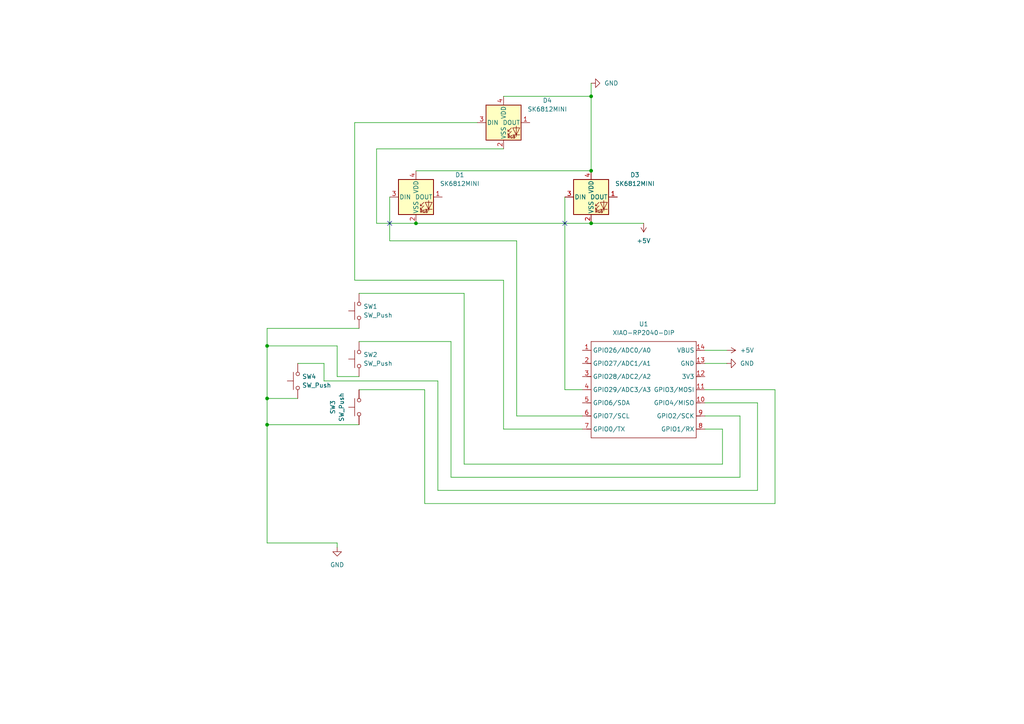
<source format=kicad_sch>
(kicad_sch (version 20250114) (generator "eeschema") (generator_version "9.0")
  (paper "A4")
  (title_block (title "WASD PAD KJ") (company "Kushagra Jaju"))
  (lib_symbols
    (symbol "DIP:XIAO-RP2040-DIP"
      (property "Reference" "U" (at 0 0 0))
      (property "Value" "XIAO-RP2040-DIP" (at 5.334 -1.778 0))
      (symbol "XIAO-RP2040-DIP_1_0"
        (polyline (pts (xy -1.27 -2.54) (xy 29.21 -2.54)) (stroke (width 0.1524)))
        (polyline (pts (xy -1.27 -5.08) (xy -2.54 -5.08)) (stroke (width 0.1524)))
        (polyline (pts (xy -1.27 -5.08) (xy -1.27 -2.54)) (stroke (width 0.1524)))
        (polyline (pts (xy -1.27 -8.89) (xy -2.54 -8.89)) (stroke (width 0.1524)))
        (polyline (pts (xy -1.27 -8.89) (xy -1.27 -5.08)) (stroke (width 0.1524)))
        (polyline (pts (xy -1.27 -12.7) (xy -2.54 -12.7)) (stroke (width 0.1524)))
        (polyline (pts (xy -1.27 -12.7) (xy -1.27 -8.89)) (stroke (width 0.1524)))
        (polyline (pts (xy -1.27 -16.51) (xy -2.54 -16.51)) (stroke (width 0.1524)))
        (polyline (pts (xy -1.27 -16.51) (xy -1.27 -12.7)) (stroke (width 0.1524)))
        (polyline (pts (xy -1.27 -20.32) (xy -2.54 -20.32)) (stroke (width 0.1524)))
        (polyline (pts (xy -1.27 -24.13) (xy -2.54 -24.13)) (stroke (width 0.1524)))
        (polyline (pts (xy -1.27 -27.94) (xy -2.54 -27.94)) (stroke (width 0.1524)))
        (polyline (pts (xy -1.27 -30.48) (xy -1.27 -16.51)) (stroke (width 0.1524)))
        (polyline (pts (xy 29.21 -2.54) (xy 29.21 -5.08)) (stroke (width 0.1524)))
        (polyline (pts (xy 29.21 -5.08) (xy 29.21 -8.89)) (stroke (width 0.1524)))
        (polyline (pts (xy 29.21 -8.89) (xy 29.21 -12.7)) (stroke (width 0.1524)))
        (polyline (pts (xy 29.21 -12.7) (xy 29.21 -30.48)) (stroke (width 0.1524)))
        (polyline (pts (xy 29.21 -30.48) (xy -1.27 -30.48)) (stroke (width 0.1524)))
        (polyline (pts (xy 30.48 -5.08) (xy 29.21 -5.08)) (stroke (width 0.1524)))
        (polyline (pts (xy 30.48 -8.89) (xy 29.21 -8.89)) (stroke (width 0.1524)))
        (polyline (pts (xy 30.48 -12.7) (xy 29.21 -12.7)) (stroke (width 0.1524)))
        (polyline (pts (xy 30.48 -16.51) (xy 29.21 -16.51)) (stroke (width 0.1524)))
        (polyline (pts (xy 30.48 -20.32) (xy 29.21 -20.32)) (stroke (width 0.1524)))
        (polyline (pts (xy 30.48 -24.13) (xy 29.21 -24.13)) (stroke (width 0.1524)))
        (polyline (pts (xy 30.48 -27.94) (xy 29.21 -27.94)) (stroke (width 0.1524)))
        (pin passive line (at -3.81 -5.08 0) (length 2.54) (name "GPIO26/ADC0/A0") (number "1"))
        (pin passive line (at -3.81 -8.89 0) (length 2.54) (name "GPIO27/ADC1/A1") (number "2"))
        (pin passive line (at -3.81 -12.7 0) (length 2.54) (name "GPIO28/ADC2/A2") (number "3"))
        (pin passive line (at -3.81 -16.51 0) (length 2.54) (name "GPIO29/ADC3/A3") (number "4"))
        (pin passive line (at -3.81 -20.32 0) (length 2.54) (name "GPIO6/SDA") (number "5"))
        (pin passive line (at -3.81 -24.13 0) (length 2.54) (name "GPIO7/SCL") (number "6"))
        (pin passive line (at -3.81 -27.94 0) (length 2.54) (name "GPIO0/TX") (number "7"))
        (pin passive line (at 31.75 -5.08 180) (length 2.54) (name "VBUS") (number "14"))
        (pin passive line (at 31.75 -8.89 180) (length 2.54) (name "GND") (number "13"))
        (pin passive line (at 31.75 -12.7 180) (length 2.54) (name "3V3") (number "12"))
        (pin passive line (at 31.75 -16.51 180) (length 2.54) (name "GPIO3/MOSI") (number "11"))
        (pin passive line (at 31.75 -20.32 180) (length 2.54) (name "GPIO4/MISO") (number "10"))
        (pin passive line (at 31.75 -24.13 180) (length 2.54) (name "GPIO2/SCK") (number "9"))
        (pin passive line (at 31.75 -27.94 180) (length 2.54) (name "GPIO1/RX") (number "8"))
      )
    )
    (symbol "LED:SK6812MINI" (pin_names (offset 0.254))
      (property "Reference" "D" (at 5.08 5.715 0))
      (property "Value" "SK6812MINI" (at 1.27 -5.715 0))
      (symbol "SK6812MINI_0_0"
        (text "RGB" (at 2.286 -4.191 0) (effects (font (size 0.762 0.762))))
      )
      (symbol "SK6812MINI_0_1"
        (polyline (pts (xy 1.27 -2.54) (xy 1.778 -2.54)))
        (polyline (pts (xy 1.27 -3.556) (xy 1.778 -3.556)))
        (polyline (pts (xy 2.286 -1.524) (xy 1.27 -2.54) (xy 1.27 -2.032)))
        (polyline (pts (xy 2.286 -2.54) (xy 1.27 -3.556) (xy 1.27 -3.048)))
        (polyline (pts (xy 3.683 -1.016) (xy 3.683 -3.556) (xy 3.683 -4.064)))
        (polyline (pts (xy 4.699 -1.524) (xy 2.667 -1.524) (xy 3.683 -3.556) (xy 4.699 -1.524)))
        (polyline (pts (xy 4.699 -3.556) (xy 2.667 -3.556)))
        (rectangle (start 5.08 5.08) (end -5.08 -5.08) (stroke (width 0.254)) (fill (type background)))
      )
      (symbol "SK6812MINI_1_1"
        (pin input line (at -7.62 0 0) (length 2.54) (name "DIN") (number "3"))
        (pin power_in line (at 0 7.62 270) (length 2.54) (name "VDD") (number "4"))
        (pin power_in line (at 0 -7.62 90) (length 2.54) (name "VSS") (number "2"))
        (pin output line (at 7.62 0 180) (length 2.54) (name "DOUT") (number "1"))
      )
    )
    (symbol "Switch:SW_Push" (pin_numbers (hide yes)) (pin_names (offset 1.016) (hide yes))
      (property "Reference" "SW" (at 1.27 2.54 0))
      (property "Value" "SW_Push" (at 0 -1.524 0))
      (symbol "SW_Push_0_1"
        (circle (center -2.032 0) (radius 0.508))
        (polyline (pts (xy 0 1.27) (xy 0 3.048)))
        (circle (center 2.032 0) (radius 0.508))
        (polyline (pts (xy 2.54 1.27) (xy -2.54 1.27)))
        (pin passive line (at -5.08 0 0) (length 2.54) (name "1") (number "1"))
        (pin passive line (at 5.08 0 180) (length 2.54) (name "2") (number "2"))
      )
    )
    (symbol "power:+5V" (power) (pin_numbers (hide yes)) (pin_names (offset 0) (hide yes))
      (property "Value" "+5V" (at 0 3.556 0))
      (symbol "+5V_0_1"
        (polyline (pts (xy -0.762 1.27) (xy 0 2.54)))
        (polyline (pts (xy 0 2.54) (xy 0.762 1.27)))
        (polyline (pts (xy 0 0) (xy 0 2.54)))
      )
      (symbol "+5V_1_1"
        (pin power_in line (at 0 0 90) (length 0) (name "~") (number "1"))
      )
    )
    (symbol "power:GND" (power) (pin_numbers (hide yes)) (pin_names (offset 0) (hide yes))
      (property "Value" "GND" (at 0 -3.81 0))
      (symbol "GND_0_1"
        (polyline (pts (xy 0 0) (xy 0 -1.27) (xy 1.27 -1.27) (xy 0 -2.54) (xy -1.27 -1.27) (xy 0 -1.27)))
      )
      (symbol "GND_1_1"
        (pin power_in line (at 0 0 270) (length 0) (name "~") (number "1"))
      )
    )
  )
  (junction (at 120.65 64.77))
  (junction (at 171.45 64.77))
  (junction (at 77.47 100.33))
  (junction (at 77.47 123.19))
  (junction (at 77.47 115.57))
  (junction (at 171.45 49.53))
  (junction (at 171.45 27.94))
  (no_connect (at 163.83 64.77))
  (no_connect (at 113.03 64.77))
  (wire (pts (xy 171.45 64.77) (xy 186.69 64.77)))
  (wire (pts (xy 163.83 57.15) (xy 163.83 113.03)))
  (wire (pts (xy 134.62 85.09) (xy 134.62 134.62)))
  (wire (pts (xy 86.36 105.41) (xy 93.98 105.41)))
  (wire (pts (xy 127 110.49) (xy 127 142.24)))
  (wire (pts (xy 146.05 124.46) (xy 168.91 124.46)))
  (wire (pts (xy 138.43 35.56) (xy 102.87 35.56)))
  (wire (pts (xy 123.19 146.05) (xy 224.79 146.05)))
  (wire (pts (xy 219.71 116.84) (xy 204.47 116.84)))
  (wire (pts (xy 102.87 35.56) (xy 102.87 81.28)))
  (wire (pts (xy 104.14 109.22) (xy 97.79 109.22)))
  (wire (pts (xy 130.81 138.43) (xy 214.63 138.43)))
  (wire (pts (xy 209.55 134.62) (xy 209.55 124.46)))
  (wire (pts (xy 113.03 57.15) (xy 113.03 69.85)))
  (wire (pts (xy 93.98 110.49) (xy 127 110.49)))
  (wire (pts (xy 77.47 115.57) (xy 86.36 115.57)))
  (wire (pts (xy 104.14 95.25) (xy 77.47 95.25)))
  (wire (pts (xy 113.03 69.85) (xy 149.86 69.85)))
  (wire (pts (xy 146.05 43.18) (xy 109.22 43.18)))
  (wire (pts (xy 97.79 157.48) (xy 97.79 158.75)))
  (wire (pts (xy 77.47 100.33) (xy 77.47 115.57)))
  (wire (pts (xy 123.19 113.03) (xy 123.19 146.05)))
  (wire (pts (xy 77.47 123.19) (xy 77.47 157.48)))
  (wire (pts (xy 209.55 124.46) (xy 204.47 124.46)))
  (wire (pts (xy 214.63 120.65) (xy 204.47 120.65)))
  (wire (pts (xy 97.79 109.22) (xy 97.79 100.33)))
  (wire (pts (xy 130.81 99.06) (xy 130.81 138.43)))
  (wire (pts (xy 104.14 123.19) (xy 77.47 123.19)))
  (wire (pts (xy 102.87 81.28) (xy 146.05 81.28)))
  (wire (pts (xy 204.47 105.41) (xy 210.82 105.41)))
  (wire (pts (xy 93.98 105.41) (xy 93.98 110.49)))
  (wire (pts (xy 104.14 85.09) (xy 134.62 85.09)))
  (wire (pts (xy 146.05 81.28) (xy 146.05 124.46)))
  (wire (pts (xy 120.65 64.77) (xy 109.22 64.77)))
  (wire (pts (xy 104.14 113.03) (xy 123.19 113.03)))
  (wire (pts (xy 97.79 100.33) (xy 77.47 100.33)))
  (wire (pts (xy 224.79 113.03) (xy 204.47 113.03)))
  (wire (pts (xy 127 142.24) (xy 219.71 142.24)))
  (wire (pts (xy 77.47 115.57) (xy 77.47 123.19)))
  (wire (pts (xy 149.86 120.65) (xy 168.91 120.65)))
  (wire (pts (xy 171.45 27.94) (xy 171.45 49.53)))
  (wire (pts (xy 120.65 64.77) (xy 171.45 64.77)))
  (wire (pts (xy 224.79 146.05) (xy 224.79 113.03)))
  (wire (pts (xy 204.47 101.6) (xy 210.82 101.6)))
  (wire (pts (xy 149.86 69.85) (xy 149.86 120.65)))
  (wire (pts (xy 214.63 138.43) (xy 214.63 120.65)))
  (wire (pts (xy 77.47 157.48) (xy 97.79 157.48)))
  (wire (pts (xy 109.22 43.18) (xy 109.22 64.77)))
  (wire (pts (xy 171.45 24.13) (xy 171.45 27.94)))
  (wire (pts (xy 104.14 99.06) (xy 130.81 99.06)))
  (wire (pts (xy 163.83 113.03) (xy 168.91 113.03)))
  (wire (pts (xy 120.65 49.53) (xy 171.45 49.53)))
  (wire (pts (xy 77.47 95.25) (xy 77.47 100.33)))
  (wire (pts (xy 134.62 134.62) (xy 209.55 134.62)))
  (wire (pts (xy 146.05 27.94) (xy 171.45 27.94)))
  (wire (pts (xy 219.71 142.24) (xy 219.71 116.84)))
  (symbol (lib_id "power:GND") (at 210.82 105.41 90) (unit 1)
    (property "Reference" "#PWR02" (effects (hide yes)))
    (property "Value" "GND" (at 214.63 105.4099 90) (effects (justify right)))
    (property "Description" "Power symbol creates a global label with name \"GND\" , ground" (effects (hide yes)))
  )
  (symbol (lib_id "power:GND") (at 97.79 158.75 0) (unit 1)
    (property "Reference" "#PWR01" (effects (hide yes)))
    (property "Value" "GND" (at 97.79 163.83 0))
    (property "Description" "Power symbol creates a global label with name \"GND\" , ground" (effects (hide yes)))
  )
  (symbol (lib_id "power:+5V") (at 186.69 64.77 180) (unit 1)
    (property "Reference" "#PWR04" (effects (hide yes)))
    (property "Value" "+5V" (at 186.69 69.85 0))
    (property "Description" "Power symbol creates a global label with name \"+5V\"" (effects (hide yes)))
  )
  (symbol (lib_id "power:+5V") (at 210.82 101.6 270) (unit 1)
    (property "Reference" "#PWR03" (effects (hide yes)))
    (property "Value" "+5V" (at 214.63 101.5999 90) (effects (justify left)))
    (property "Description" "Power symbol creates a global label with name \"+5V\"" (effects (hide yes)))
  )
  (symbol (lib_id "Switch:SW_Push") (at 104.14 118.11 90) (unit 1)
    (property "Reference" "SW3" (at 96.52 118.11 0))
    (property "Value" "SW_Push" (at 99.06 118.11 0))
    (property "Footprint" "Button_Switch_Keyboard:SW_Cherry_MX_1.00u_PCB" (effects (hide yes)))
    (property "Description" "Push button switch, generic, two pins" (effects (hide yes)))
  )
  (symbol (lib_id "LED:SK6812MINI") (at 120.65 57.15 0) (unit 1)
    (property "Reference" "D1" (at 133.35 50.7298 0))
    (property "Value" "SK6812MINI" (at 133.35 53.2698 0))
    (property "Footprint" "LED_SMD:LED_SK6812MINI_PLCC4_3.5x3.5mm_P1.75mm" (effects (hide yes)))
    (property "Datasheet" "https://cdn-shop.adafruit.com/product-files/2686/SK6812MINI_REV.01-1-2.pdf" (effects (hide yes)))
    (property "Description" "RGB LED with integrated controller" (effects (hide yes)))
  )
  (symbol (lib_id "Switch:SW_Push") (at 104.14 104.14 90) (unit 1)
    (property "Reference" "SW2" (at 105.41 102.8699 90) (effects (justify right)))
    (property "Value" "SW_Push" (at 105.41 105.4099 90) (effects (justify right)))
    (property "Footprint" "Button_Switch_Keyboard:SW_Cherry_MX_1.00u_PCB" (effects (hide yes)))
    (property "Description" "Push button switch, generic, two pins" (effects (hide yes)))
  )
  (symbol (lib_id "Switch:SW_Push") (at 104.14 90.17 90) (unit 1)
    (property "Reference" "SW1" (at 105.41 88.8999 90) (effects (justify right)))
    (property "Value" "SW_Push" (at 105.41 91.4399 90) (effects (justify right)))
    (property "Footprint" "Button_Switch_Keyboard:SW_Cherry_MX_1.00u_PCB" (effects (hide yes)))
    (property "Description" "Push button switch, generic, two pins" (effects (hide yes)))
  )
  (symbol (lib_id "DIP:XIAO-RP2040-DIP") (at 172.72 96.52 0) (unit 1)
    (property "Reference" "U1" (at 186.69 93.98 0))
    (property "Value" "XIAO-RP2040-DIP" (at 186.69 96.52 0))
    (property "Footprint" "Seeed Studio XIAO Series Library:XIAO-RP2040-DIP" (effects (hide yes)))
  )
  (symbol (lib_id "LED:SK6812MINI") (at 146.05 35.56 0) (unit 1)
    (property "Reference" "D4" (at 158.75 29.1398 0))
    (property "Value" "SK6812MINI" (at 158.75 31.6798 0))
    (property "Footprint" "LED_SMD:LED_SK6812MINI_PLCC4_3.5x3.5mm_P1.75mm" (effects (hide yes)))
    (property "Datasheet" "https://cdn-shop.adafruit.com/product-files/2686/SK6812MINI_REV.01-1-2.pdf" (effects (hide yes)))
    (property "Description" "RGB LED with integrated controller" (effects (hide yes)))
  )
  (symbol (lib_id "power:GND") (at 171.45 24.13 90) (unit 1)
    (property "Reference" "#PWR05" (effects (hide yes)))
    (property "Value" "GND" (at 175.26 24.1299 90) (effects (justify right)))
    (property "Description" "Power symbol creates a global label with name \"GND\" , ground" (effects (hide yes)))
  )
  (symbol (lib_id "Switch:SW_Push") (at 86.36 110.49 90) (unit 1)
    (property "Reference" "SW4" (at 87.63 109.2199 90) (effects (justify right)))
    (property "Value" "SW_Push" (at 87.63 111.7599 90) (effects (justify right)))
    (property "Footprint" "Button_Switch_Keyboard:SW_Cherry_MX_1.00u_PCB" (effects (hide yes)))
    (property "Description" "Push button switch, generic, two pins" (effects (hide yes)))
  )
  (symbol (lib_id "LED:SK6812MINI") (at 171.45 57.15 0) (unit 1)
    (property "Reference" "D3" (at 184.15 50.7298 0))
    (property "Value" "SK6812MINI" (at 184.15 53.2698 0))
    (property "Footprint" "LED_SMD:LED_SK6812MINI_PLCC4_3.5x3.5mm_P1.75mm" (effects (hide yes)))
    (property "Datasheet" "https://cdn-shop.adafruit.com/product-files/2686/SK6812MINI_REV.01-1-2.pdf" (effects (hide yes)))
    (property "Description" "RGB LED with integrated controller" (effects (hide yes)))
  )
)
</source>
